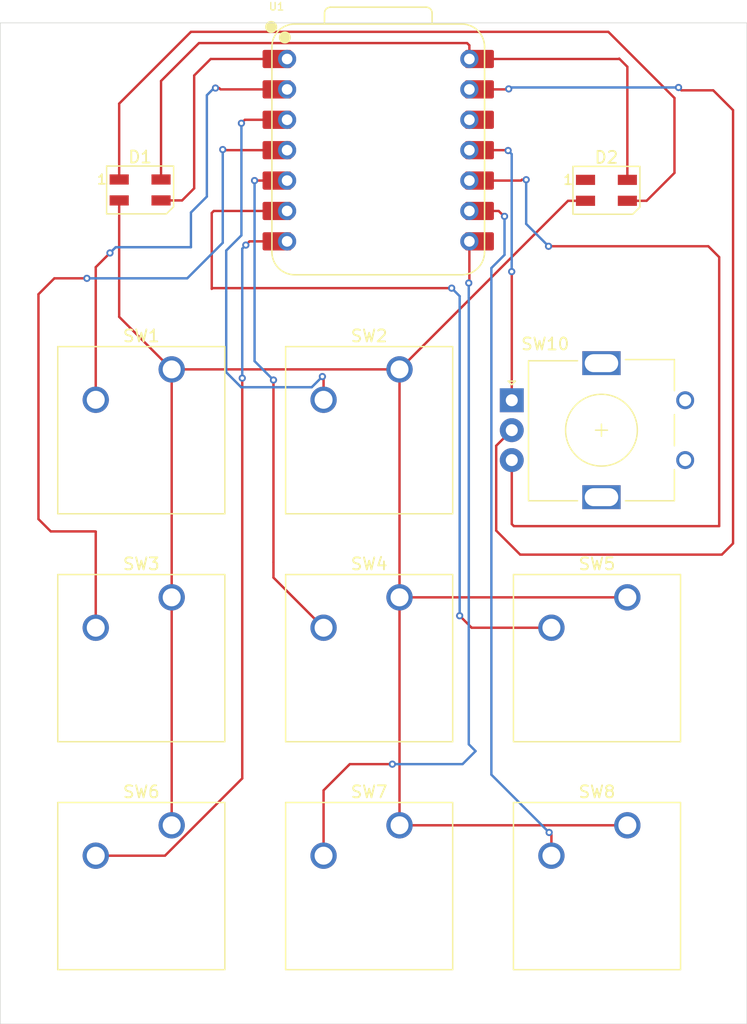
<source format=kicad_pcb>
(kicad_pcb (version 20241229) (generator "pcbnew") (generator_version "9.0")
  (layers (0 "F.Cu" signal) (2 "B.Cu" signal) (13 "F.Paste" user) (15 "B.Paste" user) (5 "F.SilkS" user "F.Silkscreen") (7 "B.SilkS" user "B.Silkscreen") (1 "F.Mask" user) (3 "B.Mask" user) (25 "Edge.Cuts" user))
  (net 0 "")
  (net 1 "GND")
  (net 2 "Net-(D1-DOUT)")
  (net 3 "Net-(D1-DIN)")
  (net 4 "+5V")
  (net 6 "Net-(U1-GPIO27{slash}ADC1{slash}A1)")
  (net 7 "Net-(U1-GPIO28{slash}ADC2{slash}A2)")
  (net 8 "Net-(U1-GPIO29{slash}ADC3{slash}A3)")
  (net 9 "Net-(U1-GPIO6{slash}SDA)")
  (net 10 "Net-(U1-GPIO7{slash}SCL)")
  (net 11 "Net-(U1-GPIO0{slash}TX)")
  (net 12 "Net-(U1-GPIO1{slash}RX)")
  (net 13 "Net-(U1-GPIO2{slash}SCK)")
  (net 14 "Net-(U1-GPIO3{slash}MOSI)")
  (net 15 "Net-(U1-GPIO4{slash}MISO)")
  (net 16 "Net-(U1-GND)")
  (footprint "Button_Switch_Keyboard:SW_Cherry_MX_1.00u_PCB" (layer "F.Cu") (at 136.84 124.33)
    (property "Reference" "SW7" (at -2.54 -2.794 0) (layer "F.SilkS"))
    (property "Value" "SW_Push")
    (fp_line (start -9.525 -1.905) (end 4.445 -1.905) (stroke (width 0.12)) (layer "F.SilkS"))
    (fp_line (start -9.525 12.065) (end -9.525 -1.905) (stroke (width 0.12)) (layer "F.SilkS"))
    (fp_line (start 4.445 -1.905) (end 4.445 12.065) (stroke (width 0.12)) (layer "F.SilkS"))
    (fp_line (start 4.445 12.065) (end -9.525 12.065) (stroke (width 0.12)) (layer "F.SilkS"))
    (pad "" np_thru_hole circle (at -7.62 5.08) (size 1.7 1.7) (drill 1.7) (layers "*.Cu" "*.Mask"))
    (pad "" np_thru_hole circle (at -2.54 5.08) (size 4 4) (drill 4) (layers "*.Cu" "*.Mask"))
    (pad "" np_thru_hole circle (at 2.54 5.08) (size 1.7 1.7) (drill 1.7) (layers "*.Cu" "*.Mask"))
    (pad "1" thru_hole circle (at 0 0) (size 2.2 2.2) (drill 1.5) (layers "*.Cu" "*.Mask") (net 1 "GND"))
    (pad "2" thru_hole circle (at -6.35 2.54) (size 2.2 2.2) (drill 1.5) (layers "*.Cu" "*.Mask") (net 12 "Net-(U1-GPIO1{slash}RX)"))
  )
  (footprint "Button_Switch_Keyboard:SW_Cherry_MX_1.00u_PCB" (layer "F.Cu") (at 117.79 105.28)
    (property "Reference" "SW3" (at -2.54 -2.794 0) (layer "F.SilkS"))
    (property "Value" "SW_Push")
    (fp_line (start -9.525 -1.905) (end 4.445 -1.905) (stroke (width 0.12)) (layer "F.SilkS"))
    (fp_line (start -9.525 12.065) (end -9.525 -1.905) (stroke (width 0.12)) (layer "F.SilkS"))
    (fp_line (start 4.445 -1.905) (end 4.445 12.065) (stroke (width 0.12)) (layer "F.SilkS"))
    (fp_line (start 4.445 12.065) (end -9.525 12.065) (stroke (width 0.12)) (layer "F.SilkS"))
    (pad "" np_thru_hole circle (at -7.62 5.08) (size 1.7 1.7) (drill 1.7) (layers "*.Cu" "*.Mask"))
    (pad "" np_thru_hole circle (at -2.54 5.08) (size 4 4) (drill 4) (layers "*.Cu" "*.Mask"))
    (pad "" np_thru_hole circle (at 2.54 5.08) (size 1.7 1.7) (drill 1.7) (layers "*.Cu" "*.Mask"))
    (pad "1" thru_hole circle (at 0 0) (size 2.2 2.2) (drill 1.5) (layers "*.Cu" "*.Mask") (net 1 "GND"))
    (pad "2" thru_hole circle (at -6.35 2.54) (size 2.2 2.2) (drill 1.5) (layers "*.Cu" "*.Mask") (net 8 "Net-(U1-GPIO29{slash}ADC3{slash}A3)"))
  )
  (footprint "Rotary_Encoder:RotaryEncoder_Alps_EC11E_Vertical_H20mm" (layer "F.Cu") (at 146.225 88.81)
    (property "Reference" "SW10" (at 2.8 -4.7 0) (layer "F.SilkS"))
    (property "Value" "RotaryEncoder")
    (fp_line (start -0.3 -1.6) (end 0.3 -1.6) (stroke (width 0.12)) (layer "F.SilkS"))
    (fp_line (start 0 -1.3) (end -0.3 -1.6) (stroke (width 0.12)) (layer "F.SilkS"))
    (fp_line (start 0.3 -1.6) (end 0 -1.3) (stroke (width 0.12)) (layer "F.SilkS"))
    (fp_line (start 1.4 -3.3) (end 1.4 8.4) (stroke (width 0.12)) (layer "F.SilkS"))
    (fp_line (start 5.5 -3.3) (end 1.4 -3.3) (stroke (width 0.12)) (layer "F.SilkS"))
    (fp_line (start 5.5 8.4) (end 1.4 8.4) (stroke (width 0.12)) (layer "F.SilkS"))
    (fp_line (start 7 2.5) (end 8 2.5) (stroke (width 0.12)) (layer "F.SilkS"))
    (fp_line (start 7.5 2) (end 7.5 3) (stroke (width 0.12)) (layer "F.SilkS"))
    (fp_line (start 9.5 -3.4) (end 13.6 -3.4) (stroke (width 0.12)) (layer "F.SilkS"))
    (fp_line (start 13.6 -3.4) (end 13.6 -0.8) (stroke (width 0.12)) (layer "F.SilkS"))
    (fp_line (start 13.6 1.2) (end 13.6 3.8) (stroke (width 0.12)) (layer "F.SilkS"))
    (fp_line (start 13.6 5.8) (end 13.6 8.4) (stroke (width 0.12)) (layer "F.SilkS"))
    (fp_line (start 13.6 8.4) (end 9.5 8.4) (stroke (width 0.12)) (layer "F.SilkS"))
    (fp_circle (center 7.5 2.5) (end 10.5 2.5) (stroke (width 0.12)) (fill no) (layer "F.SilkS"))
    (pad "" thru_hole circle (at 14.5 0) (size 1.5 1.5) (drill 1) (layers "*.Cu" "*.Mask"))
    (pad "" thru_hole circle (at 14.5 5) (size 1.5 1.5) (drill 1) (layers "*.Cu" "*.Mask"))
    (pad "A" thru_hole rect (at 0 0) (size 2 2) (drill 1) (layers "*.Cu" "*.Mask") (net 14 "Net-(U1-GPIO3{slash}MOSI)"))
    (pad "B" thru_hole circle (at 0 5) (size 2 2) (drill 1) (layers "*.Cu" "*.Mask") (net 15 "Net-(U1-GPIO4{slash}MISO)"))
    (pad "C" thru_hole circle (at 0 2.5) (size 2 2) (drill 1) (layers "*.Cu" "*.Mask") (net 16 "Net-(U1-GND)"))
    (pad "MP" thru_hole rect (at 7.5 -3.1) (size 3.2 2) (drill oval 2.8 1.5) (layers "*.Cu" "*.Mask"))
    (pad "MP" thru_hole rect (at 7.5 8.1) (size 3.2 2) (drill oval 2.8 1.5) (layers "*.Cu" "*.Mask"))
  )
  (footprint "Button_Switch_Keyboard:SW_Cherry_MX_1.00u_PCB" (layer "F.Cu") (at 136.84 105.28)
    (property "Reference" "SW4" (at -2.54 -2.794 0) (layer "F.SilkS"))
    (property "Value" "SW_Push")
    (fp_line (start -9.525 -1.905) (end 4.445 -1.905) (stroke (width 0.12)) (layer "F.SilkS"))
    (fp_line (start -9.525 12.065) (end -9.525 -1.905) (stroke (width 0.12)) (layer "F.SilkS"))
    (fp_line (start 4.445 -1.905) (end 4.445 12.065) (stroke (width 0.12)) (layer "F.SilkS"))
    (fp_line (start 4.445 12.065) (end -9.525 12.065) (stroke (width 0.12)) (layer "F.SilkS"))
    (pad "" np_thru_hole circle (at -7.62 5.08) (size 1.7 1.7) (drill 1.7) (layers "*.Cu" "*.Mask"))
    (pad "" np_thru_hole circle (at -2.54 5.08) (size 4 4) (drill 4) (layers "*.Cu" "*.Mask"))
    (pad "" np_thru_hole circle (at 2.54 5.08) (size 1.7 1.7) (drill 1.7) (layers "*.Cu" "*.Mask"))
    (pad "1" thru_hole circle (at 0 0) (size 2.2 2.2) (drill 1.5) (layers "*.Cu" "*.Mask") (net 1 "GND"))
    (pad "2" thru_hole circle (at -6.35 2.54) (size 2.2 2.2) (drill 1.5) (layers "*.Cu" "*.Mask") (net 9 "Net-(U1-GPIO6{slash}SDA)"))
  )
  (footprint "LED_SMD:LED_SK6812MINI_PLCC4_3.5x3.5mm_P1.75mm" (layer "F.Cu") (at 154.14 71.265)
    (property "Reference" "D2" (at 0 -2.75 0) (layer "F.SilkS"))
    (property "Value" "SK6812MINI")
    (fp_line (start -2.8 -2) (end -2.8 2) (stroke (width 0.12)) (layer "F.SilkS"))
    (fp_line (start -2.8 -2) (end 2.8 -2) (stroke (width 0.12)) (layer "F.SilkS"))
    (fp_line (start -2.8 2) (end 2.2 2) (stroke (width 0.12)) (layer "F.SilkS"))
    (fp_line (start 2.8 1.4) (end 2.2 2) (stroke (width 0.12)) (layer "F.SilkS"))
    (fp_line (start 2.8 1.4) (end 2.8 -2) (stroke (width 0.12)) (layer "F.SilkS"))
    (fp_text user "1" (at -3.2 -0.875 0) (layer "F.SilkS") (effects (font (size 0.8 0.8))))
    (pad "1" smd rect (at -1.75 -0.875) (size 1.6 0.85) (layers "F.Cu" "F.Mask" "F.Paste"))
    (pad "2" smd rect (at -1.75 0.875) (size 1.6 0.85) (layers "F.Cu" "F.Mask" "F.Paste") (net 1 "GND"))
    (pad "3" smd rect (at 1.75 0.875) (size 1.6 0.85) (layers "F.Cu" "F.Mask" "F.Paste") (net 2 "Net-(D1-DOUT)"))
    (pad "4" smd rect (at 1.75 -0.875) (size 1.6 0.85) (layers "F.Cu" "F.Mask" "F.Paste") (net 4 "+5V"))
  )
  (footprint "Button_Switch_Keyboard:SW_Cherry_MX_1.00u_PCB" (layer "F.Cu") (at 155.89 124.33)
    (property "Reference" "SW8" (at -2.54 -2.794 0) (layer "F.SilkS"))
    (property "Value" "SW_Push")
    (fp_line (start -9.525 -1.905) (end 4.445 -1.905) (stroke (width 0.12)) (layer "F.SilkS"))
    (fp_line (start -9.525 12.065) (end -9.525 -1.905) (stroke (width 0.12)) (layer "F.SilkS"))
    (fp_line (start 4.445 -1.905) (end 4.445 12.065) (stroke (width 0.12)) (layer "F.SilkS"))
    (fp_line (start 4.445 12.065) (end -9.525 12.065) (stroke (width 0.12)) (layer "F.SilkS"))
    (pad "" np_thru_hole circle (at -7.62 5.08) (size 1.7 1.7) (drill 1.7) (layers "*.Cu" "*.Mask"))
    (pad "" np_thru_hole circle (at -2.54 5.08) (size 4 4) (drill 4) (layers "*.Cu" "*.Mask"))
    (pad "" np_thru_hole circle (at 2.54 5.08) (size 1.7 1.7) (drill 1.7) (layers "*.Cu" "*.Mask"))
    (pad "1" thru_hole circle (at 0 0) (size 2.2 2.2) (drill 1.5) (layers "*.Cu" "*.Mask") (net 1 "GND"))
    (pad "2" thru_hole circle (at -6.35 2.54) (size 2.2 2.2) (drill 1.5) (layers "*.Cu" "*.Mask") (net 13 "Net-(U1-GPIO2{slash}SCK)"))
  )
  (footprint "Button_Switch_Keyboard:SW_Cherry_MX_1.00u_PCB" (layer "F.Cu") (at 136.84 86.23)
    (property "Reference" "SW2" (at -2.54 -2.794 0) (layer "F.SilkS"))
    (property "Value" "SW_Push")
    (fp_line (start -9.525 -1.905) (end 4.445 -1.905) (stroke (width 0.12)) (layer "F.SilkS"))
    (fp_line (start -9.525 12.065) (end -9.525 -1.905) (stroke (width 0.12)) (layer "F.SilkS"))
    (fp_line (start 4.445 -1.905) (end 4.445 12.065) (stroke (width 0.12)) (layer "F.SilkS"))
    (fp_line (start 4.445 12.065) (end -9.525 12.065) (stroke (width 0.12)) (layer "F.SilkS"))
    (pad "" np_thru_hole circle (at -7.62 5.08) (size 1.7 1.7) (drill 1.7) (layers "*.Cu" "*.Mask"))
    (pad "" np_thru_hole circle (at -2.54 5.08) (size 4 4) (drill 4) (layers "*.Cu" "*.Mask"))
    (pad "" np_thru_hole circle (at 2.54 5.08) (size 1.7 1.7) (drill 1.7) (layers "*.Cu" "*.Mask"))
    (pad "1" thru_hole circle (at 0 0) (size 2.2 2.2) (drill 1.5) (layers "*.Cu" "*.Mask") (net 1 "GND"))
    (pad "2" thru_hole circle (at -6.35 2.54) (size 2.2 2.2) (drill 1.5) (layers "*.Cu" "*.Mask") (net 7 "Net-(U1-GPIO28{slash}ADC2{slash}A2)"))
  )
  (footprint "Button_Switch_Keyboard:SW_Cherry_MX_1.00u_PCB" (layer "F.Cu") (at 155.89 105.28)
    (property "Reference" "SW5" (at -2.54 -2.794 0) (layer "F.SilkS"))
    (property "Value" "SW_Push")
    (fp_line (start -9.525 -1.905) (end 4.445 -1.905) (stroke (width 0.12)) (layer "F.SilkS"))
    (fp_line (start -9.525 12.065) (end -9.525 -1.905) (stroke (width 0.12)) (layer "F.SilkS"))
    (fp_line (start 4.445 -1.905) (end 4.445 12.065) (stroke (width 0.12)) (layer "F.SilkS"))
    (fp_line (start 4.445 12.065) (end -9.525 12.065) (stroke (width 0.12)) (layer "F.SilkS"))
    (pad "" np_thru_hole circle (at -7.62 5.08) (size 1.7 1.7) (drill 1.7) (layers "*.Cu" "*.Mask"))
    (pad "" np_thru_hole circle (at -2.54 5.08) (size 4 4) (drill 4) (layers "*.Cu" "*.Mask"))
    (pad "" np_thru_hole circle (at 2.54 5.08) (size 1.7 1.7) (drill 1.7) (layers "*.Cu" "*.Mask"))
    (pad "1" thru_hole circle (at 0 0) (size 2.2 2.2) (drill 1.5) (layers "*.Cu" "*.Mask") (net 1 "GND"))
    (pad "2" thru_hole circle (at -6.35 2.54) (size 2.2 2.2) (drill 1.5) (layers "*.Cu" "*.Mask") (net 10 "Net-(U1-GPIO7{slash}SCL)"))
  )
  (footprint "XIAO_Series_Library:XIAO-RP2040-DIP" (layer "F.Cu") (at 135.06 67.91)
    (property "Reference" "U1" (at -8.5 -12 0) (layer "F.SilkS") (effects (font (size 0.635 0.635) (thickness 0.1016))))
    (property "Value" "XIAO-RP2040-DIP")
    (fp_line (start -8.89 8.509) (end -8.89 -8.636) (stroke (width 0.127)) (layer "F.SilkS"))
    (fp_line (start -6.985 10.414) (end 6.985 10.414) (stroke (width 0.127)) (layer "F.SilkS"))
    (fp_line (start -4.495 -10.541) (end -4.491272 -11.451272) (stroke (width 0.127)) (layer "F.SilkS"))
    (fp_line (start -3.991272 -11.951) (end 4.004 -11.951) (stroke (width 0.127)) (layer "F.SilkS"))
    (fp_line (start 4.504 -11.451) (end 4.504 -10.541) (stroke (width 0.127)) (layer "F.SilkS"))
    (fp_line (start 6.985 -10.541) (end -6.985 -10.541) (stroke (width 0.1)) (layer "F.SilkS"))
    (fp_line (start 6.985 -10.541) (end -6.985 -10.541) (stroke (width 0.127)) (layer "F.SilkS"))
    (fp_line (start 8.89 8.509) (end 8.89 -8.636) (stroke (width 0.127)) (layer "F.SilkS"))
    (fp_arc (start -8.89 -8.636) (mid -8.332038 -9.983038) (end -6.985 -10.541) (stroke (width 0.127)) (layer "F.SilkS"))
    (fp_arc (start -6.985 10.414) (mid -8.332038 9.856038) (end -8.89 8.509) (stroke (width 0.127)) (layer "F.SilkS"))
    (fp_arc (start -4.491272 -11.451272) (mid -4.344728 -11.80464) (end -3.991272 -11.951) (stroke (width 0.127)) (layer "F.SilkS"))
    (fp_arc (start 4.004 -11.951) (mid 4.357553 -11.804553) (end 4.504 -11.451) (stroke (width 0.127)) (layer "F.SilkS"))
    (fp_arc (start 6.985 -10.541) (mid 8.332038 -9.983038) (end 8.89 -8.636) (stroke (width 0.127)) (layer "F.SilkS"))
    (fp_arc (start 8.89 8.509) (mid 8.332038 9.856038) (end 6.985 10.414) (stroke (width 0.127)) (layer "F.SilkS"))
    (fp_circle (center -8.95 -10.3) (end -8.95 -10.554) (stroke (width 0.5)) (fill yes) (layer "F.SilkS"))
    (fp_circle (center -7.807 -9.42) (end -7.807 -9.674) (stroke (width 0.5)) (fill yes) (layer "F.SilkS"))
    (pad "1" smd roundrect (at -8.455 -7.62 180) (size 2.432 1.524) (layers "F.Cu" "F.Mask") (roundrect_rratio 0.1) (net 3 "Net-(D1-DIN)"))
    (pad "1" thru_hole circle (at -7.62 -7.62 180) (size 1.524 1.524) (drill 0.889) (layers "*.Cu" "*.Mask") (net 3 "Net-(D1-DIN)"))
    (pad "2" smd roundrect (at -8.455 -5.08 180) (size 2.432 1.524) (layers "F.Cu" "F.Mask") (roundrect_rratio 0.1) (net 6 "Net-(U1-GPIO27{slash}ADC1{slash}A1)"))
    (pad "2" thru_hole circle (at -7.62 -5.08 180) (size 1.524 1.524) (drill 0.889) (layers "*.Cu" "*.Mask") (net 6 "Net-(U1-GPIO27{slash}ADC1{slash}A1)"))
    (pad "3" smd roundrect (at -8.455 -2.54 180) (size 2.432 1.524) (layers "F.Cu" "F.Mask") (roundrect_rratio 0.1) (net 7 "Net-(U1-GPIO28{slash}ADC2{slash}A2)"))
    (pad "3" thru_hole circle (at -7.62 -2.54 180) (size 1.524 1.524) (drill 0.889) (layers "*.Cu" "*.Mask") (net 7 "Net-(U1-GPIO28{slash}ADC2{slash}A2)"))
    (pad "4" smd roundrect (at -8.455 0 180) (size 2.432 1.524) (layers "F.Cu" "F.Mask") (roundrect_rratio 0.1) (net 8 "Net-(U1-GPIO29{slash}ADC3{slash}A3)"))
    (pad "4" thru_hole circle (at -7.62 0 180) (size 1.524 1.524) (drill 0.889) (layers "*.Cu" "*.Mask") (net 8 "Net-(U1-GPIO29{slash}ADC3{slash}A3)"))
    (pad "5" smd roundrect (at -8.455 2.54 180) (size 2.432 1.524) (layers "F.Cu" "F.Mask") (roundrect_rratio 0.1) (net 9 "Net-(U1-GPIO6{slash}SDA)"))
    (pad "5" thru_hole circle (at -7.62 2.54 180) (size 1.524 1.524) (drill 0.889) (layers "*.Cu" "*.Mask") (net 9 "Net-(U1-GPIO6{slash}SDA)"))
    (pad "6" smd roundrect (at -8.455 5.08 180) (size 2.432 1.524) (layers "F.Cu" "F.Mask") (roundrect_rratio 0.1) (net 10 "Net-(U1-GPIO7{slash}SCL)"))
    (pad "6" thru_hole circle (at -7.62 5.08 180) (size 1.524 1.524) (drill 0.889) (layers "*.Cu" "*.Mask") (net 10 "Net-(U1-GPIO7{slash}SCL)"))
    (pad "7" smd roundrect (at -8.455 7.62 180) (size 2.432 1.524) (layers "F.Cu" "F.Mask") (roundrect_rratio 0.1) (net 11 "Net-(U1-GPIO0{slash}TX)"))
    (pad "7" thru_hole circle (at -7.62 7.62 180) (size 1.524 1.524) (drill 0.889) (layers "*.Cu" "*.Mask") (net 11 "Net-(U1-GPIO0{slash}TX)"))
    (pad "8" thru_hole circle (at 7.62 7.62) (size 1.524 1.524) (drill 0.889) (layers "*.Cu" "*.Mask") (net 12 "Net-(U1-GPIO1{slash}RX)"))
    (pad "8" smd roundrect (at 8.455 7.62) (size 2.432 1.524) (layers "F.Cu" "F.Mask") (roundrect_rratio 0.1) (net 12 "Net-(U1-GPIO1{slash}RX)"))
    (pad "9" thru_hole circle (at 7.62 5.08) (size 1.524 1.524) (drill 0.889) (layers "*.Cu" "*.Mask") (net 13 "Net-(U1-GPIO2{slash}SCK)"))
    (pad "9" smd roundrect (at 8.455 5.08) (size 2.432 1.524) (layers "F.Cu" "F.Mask") (roundrect_rratio 0.1) (net 13 "Net-(U1-GPIO2{slash}SCK)"))
    (pad "10" thru_hole circle (at 7.62 2.54) (size 1.524 1.524) (drill 0.889) (layers "*.Cu" "*.Mask") (net 15 "Net-(U1-GPIO4{slash}MISO)"))
    (pad "10" smd roundrect (at 8.455 2.54) (size 2.432 1.524) (layers "F.Cu" "F.Mask") (roundrect_rratio 0.1) (net 15 "Net-(U1-GPIO4{slash}MISO)"))
    (pad "11" thru_hole circle (at 7.62 0) (size 1.524 1.524) (drill 0.889) (layers "*.Cu" "*.Mask") (net 14 "Net-(U1-GPIO3{slash}MOSI)"))
    (pad "11" smd roundrect (at 8.455 0) (size 2.432 1.524) (layers "F.Cu" "F.Mask") (roundrect_rratio 0.1) (net 14 "Net-(U1-GPIO3{slash}MOSI)"))
    (pad "12" thru_hole circle (at 7.62 -2.54) (size 1.524 1.524) (drill 0.889) (layers "*.Cu" "*.Mask"))
    (pad "12" smd roundrect (at 8.455 -2.54) (size 2.432 1.524) (layers "F.Cu" "F.Mask") (roundrect_rratio 0.1))
    (pad "13" thru_hole circle (at 7.62 -5.08) (size 1.524 1.524) (drill 0.889) (layers "*.Cu" "*.Mask") (net 16 "Net-(U1-GND)"))
    (pad "13" smd roundrect (at 8.455 -5.08) (size 2.432 1.524) (layers "F.Cu" "F.Mask") (roundrect_rratio 0.1) (net 16 "Net-(U1-GND)"))
    (pad "14" thru_hole circle (at 7.62 -7.62) (size 1.524 1.524) (drill 0.889) (layers "*.Cu" "*.Mask") (net 4 "+5V"))
    (pad "14" smd roundrect (at 8.455 -7.62) (size 2.432 1.524) (layers "F.Cu" "F.Mask") (roundrect_rratio 0.1) (net 4 "+5V"))
  )
  (footprint "Button_Switch_Keyboard:SW_Cherry_MX_1.00u_PCB" (layer "F.Cu") (at 117.79 86.23)
    (property "Reference" "SW1" (at -2.54 -2.794 0) (layer "F.SilkS"))
    (property "Value" "SW_Push")
    (fp_line (start -9.525 -1.905) (end 4.445 -1.905) (stroke (width 0.12)) (layer "F.SilkS"))
    (fp_line (start -9.525 12.065) (end -9.525 -1.905) (stroke (width 0.12)) (layer "F.SilkS"))
    (fp_line (start 4.445 -1.905) (end 4.445 12.065) (stroke (width 0.12)) (layer "F.SilkS"))
    (fp_line (start 4.445 12.065) (end -9.525 12.065) (stroke (width 0.12)) (layer "F.SilkS"))
    (pad "" np_thru_hole circle (at -7.62 5.08) (size 1.7 1.7) (drill 1.7) (layers "*.Cu" "*.Mask"))
    (pad "" np_thru_hole circle (at -2.54 5.08) (size 4 4) (drill 4) (layers "*.Cu" "*.Mask"))
    (pad "" np_thru_hole circle (at 2.54 5.08) (size 1.7 1.7) (drill 1.7) (layers "*.Cu" "*.Mask"))
    (pad "1" thru_hole circle (at 0 0) (size 2.2 2.2) (drill 1.5) (layers "*.Cu" "*.Mask") (net 1 "GND"))
    (pad "2" thru_hole circle (at -6.35 2.54) (size 2.2 2.2) (drill 1.5) (layers "*.Cu" "*.Mask") (net 6 "Net-(U1-GPIO27{slash}ADC1{slash}A1)"))
  )
  (footprint "LED_SMD:LED_SK6812MINI_PLCC4_3.5x3.5mm_P1.75mm" (layer "F.Cu") (at 115.15 71.235)
    (property "Reference" "D1" (at 0 -2.75 0) (layer "F.SilkS"))
    (property "Value" "SK6812MINI")
    (fp_line (start -2.8 -2) (end -2.8 2) (stroke (width 0.12)) (layer "F.SilkS"))
    (fp_line (start -2.8 -2) (end 2.8 -2) (stroke (width 0.12)) (layer "F.SilkS"))
    (fp_line (start -2.8 2) (end 2.2 2) (stroke (width 0.12)) (layer "F.SilkS"))
    (fp_line (start 2.8 1.4) (end 2.2 2) (stroke (width 0.12)) (layer "F.SilkS"))
    (fp_line (start 2.8 1.4) (end 2.8 -2) (stroke (width 0.12)) (layer "F.SilkS"))
    (fp_text user "1" (at -3.2 -0.875 0) (layer "F.SilkS") (effects (font (size 0.8 0.8))))
    (pad "1" smd rect (at -1.75 -0.875) (size 1.6 0.85) (layers "F.Cu" "F.Mask" "F.Paste") (net 2 "Net-(D1-DOUT)"))
    (pad "2" smd rect (at -1.75 0.875) (size 1.6 0.85) (layers "F.Cu" "F.Mask" "F.Paste") (net 1 "GND"))
    (pad "3" smd rect (at 1.75 0.875) (size 1.6 0.85) (layers "F.Cu" "F.Mask" "F.Paste") (net 3 "Net-(D1-DIN)"))
    (pad "4" smd rect (at 1.75 -0.875) (size 1.6 0.85) (layers "F.Cu" "F.Mask" "F.Paste") (net 4 "+5V"))
  )
  (footprint "Button_Switch_Keyboard:SW_Cherry_MX_1.00u_PCB" (layer "F.Cu") (at 117.79 124.33)
    (property "Reference" "SW6" (at -2.54 -2.794 0) (layer "F.SilkS"))
    (property "Value" "SW_Push")
    (fp_line (start -9.525 -1.905) (end 4.445 -1.905) (stroke (width 0.12)) (layer "F.SilkS"))
    (fp_line (start -9.525 12.065) (end -9.525 -1.905) (stroke (width 0.12)) (layer "F.SilkS"))
    (fp_line (start 4.445 -1.905) (end 4.445 12.065) (stroke (width 0.12)) (layer "F.SilkS"))
    (fp_line (start 4.445 12.065) (end -9.525 12.065) (stroke (width 0.12)) (layer "F.SilkS"))
    (pad "" np_thru_hole circle (at -7.62 5.08) (size 1.7 1.7) (drill 1.7) (layers "*.Cu" "*.Mask"))
    (pad "" np_thru_hole circle (at -2.54 5.08) (size 4 4) (drill 4) (layers "*.Cu" "*.Mask"))
    (pad "" np_thru_hole circle (at 2.54 5.08) (size 1.7 1.7) (drill 1.7) (layers "*.Cu" "*.Mask"))
    (pad "1" thru_hole circle (at 0 0) (size 2.2 2.2) (drill 1.5) (layers "*.Cu" "*.Mask") (net 1 "GND"))
    (pad "2" thru_hole circle (at -6.35 2.54) (size 2.2 2.2) (drill 1.5) (layers "*.Cu" "*.Mask") (net 11 "Net-(U1-GPIO0{slash}TX)"))
  )
  (gr_rect (start 103.46 57.27) (end 165.88 140.93) (stroke (width 0.05)) (fill no) (layer "Edge.Cuts"))
  (segment (start 117.79 105.28) (end 117.79 86.23) (width 0.2) (layer "F.Cu") (net 1))
  (segment (start 152.39 72.14) (end 150.93 72.14) (width 0.2) (layer "F.Cu") (net 1))
  (segment (start 155.89 124.33) (end 136.84 124.33) (width 0.2) (layer "F.Cu") (net 1))
  (segment (start 113.4 81.84) (end 117.79 86.23) (width 0.2) (layer "F.Cu") (net 1))
  (segment (start 113.4 72.11) (end 113.4 81.84) (width 0.2) (layer "F.Cu") (net 1))
  (segment (start 117.79 124.33) (end 117.79 105.28) (width 0.2) (layer "F.Cu") (net 1))
  (segment (start 136.84 124.33) (end 136.84 105.28) (width 0.2) (layer "F.Cu") (net 1))
  (segment (start 150.93 72.14) (end 136.84 86.23) (width 0.2) (layer "F.Cu") (net 1))
  (segment (start 117.79 86.23) (end 136.84 86.23) (width 0.2) (layer "F.Cu") (net 1))
  (segment (start 155.89 105.28) (end 136.84 105.28) (width 0.2) (layer "F.Cu") (net 1))
  (segment (start 136.84 105.28) (end 136.84 86.23) (width 0.2) (layer "F.Cu") (net 1))
  (segment (start 119.4 58.02) (end 154.3 58.02) (width 0.2) (layer "F.Cu") (net 2))
  (segment (start 154.3 58.02) (end 159.83 63.55) (width 0.2) (layer "F.Cu") (net 2))
  (segment (start 155.89 72.14) (end 157.5 72.14) (width 0.2) (layer "F.Cu") (net 2))
  (segment (start 113.4 70.36) (end 113.4 64.02) (width 0.2) (layer "F.Cu") (net 2))
  (segment (start 159.83 63.55) (end 159.83 69.81) (width 0.2) (layer "F.Cu") (net 2))
  (segment (start 159.83 69.81) (end 159.09 70.55) (width 0.2) (layer "F.Cu") (net 2))
  (segment (start 157.5 72.14) (end 159.09 70.55) (width 0.2) (layer "F.Cu") (net 2))
  (segment (start 113.4 64.02) (end 119.4 58.02) (width 0.2) (layer "F.Cu") (net 2))
  (segment (start 116.9 72.11) (end 118.66 72.11) (width 0.2) (layer "F.Cu") (net 3))
  (segment (start 121.05 60.29) (end 119.67 61.67) (width 0.2) (layer "F.Cu") (net 3))
  (segment (start 127.44 60.29) (end 121.05 60.29) (width 0.2) (layer "F.Cu") (net 3))
  (segment (start 118.66 72.11) (end 119.67 71.1) (width 0.2) (layer "F.Cu") (net 3))
  (segment (start 119.67 71.1) (end 119.67 61.67) (width 0.2) (layer "F.Cu") (net 3))
  (segment (start 120.07 58.96) (end 142.49 58.96) (width 0.2) (layer "F.Cu") (net 4))
  (segment (start 142.68 59.15) (end 142.68 60.29) (width 0.2) (layer "F.Cu") (net 4))
  (segment (start 155.21 60.26) (end 155.18 60.29) (width 0.2) (layer "F.Cu") (net 4))
  (segment (start 155.89 70.39) (end 155.89 60.94) (width 0.2) (layer "F.Cu") (net 4))
  (segment (start 142.49 58.96) (end 142.68 59.15) (width 0.2) (layer "F.Cu") (net 4))
  (segment (start 116.9 62.13) (end 120.07 58.96) (width 0.2) (layer "F.Cu") (net 4))
  (segment (start 155.18 60.29) (end 142.68 60.29) (width 0.2) (layer "F.Cu") (net 4))
  (segment (start 116.9 70.36) (end 116.9 62.13) (width 0.2) (layer "F.Cu") (net 4))
  (segment (start 155.89 60.94) (end 155.21 60.26) (width 0.2) (layer "F.Cu") (net 4))
  (segment (start 121.87 62.83) (end 127.44 62.83) (width 0.2) (layer "F.Cu") (net 6))
  (segment (start 121.76 62.72) (end 121.87 62.83) (width 0.2) (layer "F.Cu") (net 6))
  (segment (start 111.44 88.77) (end 111.44 77.69) (width 0.2) (layer "F.Cu") (net 6))
  (segment (start 121.45 62.72) (end 121.76 62.72) (width 0.2) (layer "F.Cu") (net 6))
  (segment (start 111.44 77.69) (end 112.63 76.5) (width 0.2) (layer "F.Cu") (net 6))
  (via (at 112.63 76.5) (size 0.6) (drill 0.3) (layers "F.Cu" "B.Cu") (net 6))
  (via (at 121.45 62.72) (size 0.6) (drill 0.3) (layers "F.Cu" "B.Cu") (net 6))
  (segment (start 119.4 76.02) (end 119.4 73.12) (width 0.2) (layer "B.Cu") (net 6))
  (segment (start 120.73 71.79) (end 120.73 63.32) (width 0.2) (layer "B.Cu") (net 6))
  (segment (start 120.73 63.32) (end 121.33 62.72) (width 0.2) (layer "B.Cu") (net 6))
  (segment (start 119.4 73.12) (end 120.73 71.79) (width 0.2) (layer "B.Cu") (net 6))
  (segment (start 121.33 62.72) (end 121.45 62.72) (width 0.2) (layer "B.Cu") (net 6))
  (segment (start 113.11 76.02) (end 119.4 76.02) (width 0.2) (layer "B.Cu") (net 6))
  (segment (start 112.63 76.5) (end 113.11 76.02) (width 0.2) (layer "B.Cu") (net 6))
  (segment (start 130.49 86.93) (end 130.39 86.83) (width 0.2) (layer "F.Cu") (net 7))
  (segment (start 130.49 88.77) (end 130.49 86.93) (width 0.2) (layer "F.Cu") (net 7))
  (segment (start 123.62 65.66) (end 123.91 65.37) (width 0.2) (layer "F.Cu") (net 7))
  (segment (start 123.91 65.37) (end 127.44 65.37) (width 0.2) (layer "F.Cu") (net 7))
  (via (at 123.62 65.66) (size 0.6) (drill 0.3) (layers "F.Cu" "B.Cu") (net 7))
  (via (at 130.39 86.83) (size 0.6) (drill 0.3) (layers "F.Cu" "B.Cu") (net 7))
  (segment (start 123.601057 87.721) (end 122.35 86.469943) (width 0.2) (layer "B.Cu") (net 7))
  (segment (start 122.35 86.469943) (end 122.35 76.3) (width 0.2) (layer "B.Cu") (net 7))
  (segment (start 129.499 87.721) (end 123.601057 87.721) (width 0.2) (layer "B.Cu") (net 7))
  (segment (start 122.35 76.3) (end 123.62 75.03) (width 0.2) (layer "B.Cu") (net 7))
  (segment (start 130.39 86.83) (end 129.499 87.721) (width 0.2) (layer "B.Cu") (net 7))
  (segment (start 123.62 75.03) (end 123.62 65.66) (width 0.2) (layer "B.Cu") (net 7))
  (segment (start 106.65 79.95) (end 107.98 78.62) (width 0.2) (layer "F.Cu") (net 8))
  (segment (start 127.44 67.91) (end 122.11 67.91) (width 0.2) (layer "F.Cu") (net 8))
  (segment (start 111.44 107.82) (end 111.44 99.79) (width 0.2) (layer "F.Cu") (net 8))
  (segment (start 106.65 98.74) (end 106.65 79.95) (width 0.2) (layer "F.Cu") (net 8))
  (segment (start 122.11 67.91) (end 122.06 67.86) (width 0.2) (layer "F.Cu") (net 8))
  (segment (start 111.42 99.77) (end 107.68 99.77) (width 0.2) (layer "F.Cu") (net 8))
  (segment (start 107.68 99.77) (end 106.65 98.74) (width 0.2) (layer "F.Cu") (net 8))
  (segment (start 111.44 99.79) (end 111.42 99.77) (width 0.2) (layer "F.Cu") (net 8))
  (segment (start 107.98 78.62) (end 110.7 78.62) (width 0.2) (layer "F.Cu") (net 8))
  (via (at 122.06 67.86) (size 0.6) (drill 0.3) (layers "F.Cu" "B.Cu") (net 8))
  (via (at 110.7 78.62) (size 0.6) (drill 0.3) (layers "F.Cu" "B.Cu") (net 8))
  (segment (start 119.09 78.62) (end 122.06 75.65) (width 0.2) (layer "B.Cu") (net 8))
  (segment (start 110.7 78.62) (end 119.09 78.62) (width 0.2) (layer "B.Cu") (net 8))
  (segment (start 122.06 75.65) (end 122.06 67.86) (width 0.2) (layer "B.Cu") (net 8))
  (segment (start 126.24 87.18) (end 126.3 87.12) (width 0.2) (layer "F.Cu") (net 9))
  (segment (start 126.3 103.63) (end 126.3 102.35) (width 0.2) (layer "F.Cu") (net 9))
  (segment (start 130.49 107.82) (end 126.3 103.63) (width 0.2) (layer "F.Cu") (net 9))
  (segment (start 124.72 70.45) (end 127.44 70.45) (width 0.2) (layer "F.Cu") (net 9))
  (segment (start 126.3 87.36) (end 126.24 87.3) (width 0.2) (layer "F.Cu") (net 9))
  (segment (start 126.3 102.35) (end 126.3 87.36) (width 0.2) (layer "F.Cu") (net 9))
  (segment (start 126.24 87.3) (end 126.24 87.18) (width 0.2) (layer "F.Cu") (net 9))
  (via (at 126.3 87.12) (size 0.6) (drill 0.3) (layers "F.Cu" "B.Cu") (net 9))
  (via (at 124.72 70.45) (size 0.6) (drill 0.3) (layers "F.Cu" "B.Cu") (net 9))
  (segment (start 126.3 87.12) (end 124.72 85.54) (width 0.2) (layer "B.Cu") (net 9))
  (segment (start 124.72 85.54) (end 124.72 70.45) (width 0.2) (layer "B.Cu") (net 9))
  (segment (start 141.2 79.44) (end 121.2 79.44) (width 0.2) (layer "F.Cu") (net 10))
  (segment (start 121.2 79.44) (end 121.14 79.5) (width 0.2) (layer "F.Cu") (net 10))
  (segment (start 149.54 107.82) (end 142.87 107.82) (width 0.2) (layer "F.Cu") (net 10))
  (segment (start 142.87 107.82) (end 141.87 106.82) (width 0.2) (layer "F.Cu") (net 10))
  (segment (start 121.31 72.99) (end 127.44 72.99) (width 0.2) (layer "F.Cu") (net 10))
  (segment (start 121.14 73.16) (end 121.31 72.99) (width 0.2) (layer "F.Cu") (net 10))
  (segment (start 121.14 79.5) (end 121.14 73.16) (width 0.2) (layer "F.Cu") (net 10))
  (via (at 141.2 79.44) (size 0.6) (drill 0.3) (layers "F.Cu" "B.Cu") (net 10))
  (via (at 141.87 106.82) (size 0.6) (drill 0.3) (layers "F.Cu" "B.Cu") (net 10))
  (segment (start 141.87 80.11) (end 141.2 79.44) (width 0.2) (layer "B.Cu") (net 10))
  (segment (start 141.87 106.82) (end 141.87 80.11) (width 0.2) (layer "B.Cu") (net 10))
  (segment (start 123.69 120.411314) (end 123.69 86.96) (width 0.2) (layer "F.Cu") (net 11))
  (segment (start 124.3 75.53) (end 127.44 75.53) (width 0.2) (layer "F.Cu") (net 11))
  (segment (start 123.99 75.84) (end 124.3 75.53) (width 0.2) (layer "F.Cu") (net 11))
  (segment (start 111.44 126.87) (end 117.231314 126.87) (width 0.2) (layer "F.Cu") (net 11))
  (segment (start 117.231314 126.87) (end 123.69 120.411314) (width 0.2) (layer "F.Cu") (net 11))
  (via (at 123.69 86.96) (size 0.6) (drill 0.3) (layers "F.Cu" "B.Cu") (net 11))
  (via (at 123.99 75.84) (size 0.6) (drill 0.3) (layers "F.Cu" "B.Cu") (net 11))
  (segment (start 123.69 76.14) (end 123.99 75.84) (width 0.2) (layer "B.Cu") (net 11))
  (segment (start 123.69 86.96) (end 123.69 76.14) (width 0.2) (layer "B.Cu") (net 11))
  (segment (start 142.63 78.93) (end 142.68 78.88) (width 0.2) (layer "F.Cu") (net 12))
  (segment (start 142.68 78.88) (end 142.68 75.53) (width 0.2) (layer "F.Cu") (net 12))
  (segment (start 132.56 119.34) (end 132.68 119.22) (width 0.2) (layer "F.Cu") (net 12))
  (segment (start 130.49 121.41) (end 132.56 119.34) (width 0.2) (layer "F.Cu") (net 12))
  (segment (start 130.49 126.87) (end 130.49 121.41) (width 0.2) (layer "F.Cu") (net 12))
  (segment (start 142.63 79.01) (end 142.63 78.93) (width 0.2) (layer "F.Cu") (net 12))
  (segment (start 132.68 119.22) (end 136.24 119.22) (width 0.2) (layer "F.Cu") (net 12))
  (via (at 142.63 79.01) (size 0.6) (drill 0.3) (layers "F.Cu" "B.Cu") (net 12))
  (via (at 136.24 119.22) (size 0.6) (drill 0.3) (layers "F.Cu" "B.Cu") (net 12))
  (segment (start 142.63 78.85) (end 142.6 78.88) (width 0.2) (layer "B.Cu") (net 12))
  (segment (start 142.63 117.56) (end 142.63 79.01) (width 0.2) (layer "B.Cu") (net 12))
  (segment (start 142.11 119.22) (end 143.2 118.13) (width 0.2) (layer "B.Cu") (net 12))
  (segment (start 142.6 78.88) (end 142.6 78.98) (width 0.2) (layer "B.Cu") (net 12))
  (segment (start 142.6 78.98) (end 142.63 79.01) (width 0.2) (layer "B.Cu") (net 12))
  (segment (start 136.24 119.22) (end 142.11 119.22) (width 0.2) (layer "B.Cu") (net 12))
  (segment (start 143.2 118.13) (end 142.63 117.56) (width 0.2) (layer "B.Cu") (net 12))
  (segment (start 145.58 73.44) (end 145.13 72.99) (width 0.2) (layer "F.Cu") (net 13))
  (segment (start 149.54 125.12) (end 149.35 124.93) (width 0.2) (layer "F.Cu") (net 13))
  (segment (start 149.54 126.87) (end 149.54 125.12) (width 0.2) (layer "F.Cu") (net 13))
  (segment (start 145.13 72.99) (end 142.68 72.99) (width 0.2) (layer "F.Cu") (net 13))
  (segment (start 145.62 73.44) (end 145.58 73.44) (width 0.2) (layer "F.Cu") (net 13))
  (via (at 149.35 124.93) (size 0.6) (drill 0.3) (layers "F.Cu" "B.Cu") (net 13))
  (via (at 145.62 73.44) (size 0.6) (drill 0.3) (layers "F.Cu" "B.Cu") (net 13))
  (segment (start 145.76 73.44) (end 145.78 73.42) (width 0.2) (layer "B.Cu") (net 13))
  (segment (start 145.62 73.44) (end 145.76 73.44) (width 0.2) (layer "B.Cu") (net 13))
  (segment (start 145.62 76.66) (end 145.62 73.44) (width 0.2) (layer "B.Cu") (net 13))
  (segment (start 144.52 120.1) (end 144.52 77.76) (width 0.2) (layer "B.Cu") (net 13))
  (segment (start 149.35 124.93) (end 144.52 120.1) (width 0.2) (layer "B.Cu") (net 13))
  (segment (start 144.52 77.76) (end 145.62 76.66) (width 0.2) (layer "B.Cu") (net 13))
  (segment (start 145.71 67.94) (end 145.68 67.91) (width 0.2) (layer "F.Cu") (net 14))
  (segment (start 146.225 78.065) (end 146.22 78.06) (width 0.2) (layer "F.Cu") (net 14))
  (segment (start 145.68 67.91) (end 142.68 67.91) (width 0.2) (layer "F.Cu") (net 14))
  (segment (start 146.225 88.81) (end 146.225 78.065) (width 0.2) (layer "F.Cu") (net 14))
  (segment (start 145.92 67.94) (end 145.71 67.94) (width 0.2) (layer "F.Cu") (net 14))
  (via (at 145.92 67.94) (size 0.6) (drill 0.3) (layers "F.Cu" "B.Cu") (net 14))
  (via (at 146.22 78.06) (size 0.6) (drill 0.3) (layers "F.Cu" "B.Cu") (net 14))
  (segment (start 145.92 67.94) (end 146.22 68.24) (width 0.2) (layer "B.Cu") (net 14))
  (segment (start 146.22 68.24) (end 146.22 78.06) (width 0.2) (layer "B.Cu") (net 14))
  (segment (start 163.57 99.33) (end 163.57 76.85) (width 0.2) (layer "F.Cu") (net 15))
  (segment (start 163.57 76.85) (end 162.66 75.94) (width 0.2) (layer "F.Cu") (net 15))
  (segment (start 147.07 70.38) (end 147 70.45) (width 0.2) (layer "F.Cu") (net 15))
  (segment (start 146.4 99.33) (end 163.57 99.33) (width 0.2) (layer "F.Cu") (net 15))
  (segment (start 162.66 75.94) (end 149.3 75.94) (width 0.2) (layer "F.Cu") (net 15))
  (segment (start 147 70.45) (end 142.68 70.45) (width 0.2) (layer "F.Cu") (net 15))
  (segment (start 146.225 93.81) (end 146.225 99.155) (width 0.2) (layer "F.Cu") (net 15))
  (segment (start 147.43 70.38) (end 147.07 70.38) (width 0.2) (layer "F.Cu") (net 15))
  (segment (start 146.225 99.155) (end 146.4 99.33) (width 0.2) (layer "F.Cu") (net 15))
  (via (at 149.3 75.94) (size 0.6) (drill 0.3) (layers "F.Cu" "B.Cu") (net 15))
  (via (at 147.43 70.38) (size 0.6) (drill 0.3) (layers "F.Cu" "B.Cu") (net 15))
  (segment (start 149.3 75.94) (end 147.43 74.07) (width 0.2) (layer "B.Cu") (net 15))
  (segment (start 147.43 74.07) (end 147.43 70.38) (width 0.2) (layer "B.Cu") (net 15))
  (segment (start 144.924 92.611) (end 144.924 99.704) (width 0.2) (layer "F.Cu") (net 16))
  (segment (start 142.68 62.83) (end 145.93 62.83) (width 0.2) (layer "F.Cu") (net 16))
  (segment (start 163.79 101.71) (end 164.729 100.771) (width 0.2) (layer "F.Cu") (net 16))
  (segment (start 145.93 62.83) (end 145.97 62.79) (width 0.2) (layer "F.Cu") (net 16))
  (segment (start 163.07 62.91) (end 160.41 62.91) (width 0.2) (layer "F.Cu") (net 16))
  (segment (start 143.6745 62.83) (end 143.515 62.83) (width 0.2) (layer "F.Cu") (net 16))
  (segment (start 160.41 62.91) (end 160.17 62.67) (width 0.2) (layer "F.Cu") (net 16))
  (segment (start 146.93 101.71) (end 163.79 101.71) (width 0.2) (layer "F.Cu") (net 16))
  (segment (start 146.225 91.31) (end 144.924 92.611) (width 0.2) (layer "F.Cu") (net 16))
  (segment (start 164.729 64.569) (end 163.07 62.91) (width 0.2) (layer "F.Cu") (net 16))
  (segment (start 143.7545 62.91) (end 143.6745 62.83) (width 0.2) (layer "F.Cu") (net 16))
  (segment (start 164.729 100.771) (end 164.729 100.68) (width 0.2) (layer "F.Cu") (net 16))
  (segment (start 164.729 100.68) (end 164.729 64.569) (width 0.2) (layer "F.Cu") (net 16))
  (segment (start 144.924 99.704) (end 146.93 101.71) (width 0.2) (layer "F.Cu") (net 16))
  (via (at 160.17 62.67) (size 0.6) (drill 0.3) (layers "F.Cu" "B.Cu") (net 16))
  (via (at 145.97 62.79) (size 0.6) (drill 0.3) (layers "F.Cu" "B.Cu") (net 16))
  (segment (start 146.09 62.67) (end 160.17 62.67) (width 0.2) (layer "B.Cu") (net 16))
  (segment (start 145.97 62.79) (end 146.09 62.67) (width 0.2) (layer "B.Cu") (net 16))
)
</source>
